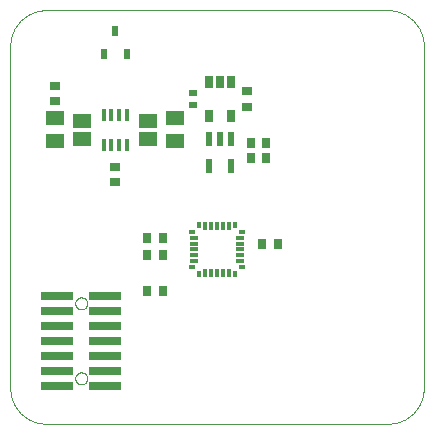
<source format=gtp>
G04 EAGLE Gerber RS-274X export*
G75*
%MOMM*%
%FSLAX35Y35*%
%LPD*%
%INsolder_paste_top*%
%IPPOS*%
%AMOC8*
5,1,8,0,0,1.08239X$1,22.5*%
G01*
%ADD10C,0.000000*%
%ADD11R,0.700000X0.900000*%
%ADD12R,0.900000X0.700000*%
%ADD13R,0.600000X1.200000*%
%ADD14R,0.550000X0.300000*%
%ADD15R,0.750000X0.300000*%
%ADD16R,0.300000X0.550000*%
%ADD17R,0.300000X0.750000*%
%ADD18R,0.450000X1.100000*%
%ADD19R,2.790000X0.740000*%
%ADD20R,1.500000X1.300000*%
%ADD21R,1.600200X1.168400*%
%ADD22R,0.560000X0.950000*%
%ADD23R,0.700000X1.000000*%
%ADD24R,0.700000X0.600000*%


D10*
X100Y3199800D02*
X100Y299800D01*
X188Y292551D01*
X450Y285306D01*
X888Y278070D01*
X1501Y270846D01*
X2287Y263639D01*
X3248Y256453D01*
X4382Y249293D01*
X5689Y242162D01*
X7168Y235065D01*
X8817Y228005D01*
X10637Y220988D01*
X12626Y214016D01*
X14783Y207095D01*
X17106Y200228D01*
X19595Y193419D01*
X22248Y186672D01*
X25062Y179991D01*
X28038Y173380D01*
X31172Y166843D01*
X34463Y160383D01*
X37910Y154005D01*
X41509Y147712D01*
X45260Y141508D01*
X49159Y135396D01*
X53205Y129381D01*
X57395Y123464D01*
X61727Y117651D01*
X66198Y111944D01*
X70805Y106347D01*
X75547Y100863D01*
X80419Y95495D01*
X85420Y90247D01*
X90547Y85120D01*
X95795Y80119D01*
X101163Y75247D01*
X106647Y70505D01*
X112244Y65898D01*
X117951Y61427D01*
X123764Y57095D01*
X129681Y52905D01*
X135696Y48859D01*
X141808Y44960D01*
X148012Y41209D01*
X154305Y37610D01*
X160683Y34163D01*
X167143Y30872D01*
X173680Y27738D01*
X180291Y24762D01*
X186972Y21948D01*
X193719Y19295D01*
X200528Y16806D01*
X207395Y14483D01*
X214316Y12326D01*
X221288Y10337D01*
X228305Y8517D01*
X235365Y6868D01*
X242462Y5389D01*
X249593Y4082D01*
X256753Y2948D01*
X263939Y1987D01*
X271146Y1201D01*
X278370Y588D01*
X285606Y150D01*
X292851Y-112D01*
X300100Y-200D01*
X3200100Y-200D01*
X3207349Y-112D01*
X3214594Y150D01*
X3221830Y588D01*
X3229054Y1201D01*
X3236261Y1987D01*
X3243447Y2948D01*
X3250607Y4082D01*
X3257738Y5389D01*
X3264835Y6868D01*
X3271895Y8517D01*
X3278912Y10337D01*
X3285884Y12326D01*
X3292805Y14483D01*
X3299672Y16806D01*
X3306481Y19295D01*
X3313228Y21948D01*
X3319909Y24762D01*
X3326520Y27738D01*
X3333057Y30872D01*
X3339517Y34163D01*
X3345895Y37610D01*
X3352188Y41209D01*
X3358392Y44960D01*
X3364504Y48859D01*
X3370519Y52905D01*
X3376436Y57095D01*
X3382249Y61427D01*
X3387956Y65898D01*
X3393553Y70505D01*
X3399037Y75247D01*
X3404405Y80119D01*
X3409653Y85120D01*
X3414780Y90247D01*
X3419781Y95495D01*
X3424653Y100863D01*
X3429395Y106347D01*
X3434002Y111944D01*
X3438473Y117651D01*
X3442805Y123464D01*
X3446995Y129381D01*
X3451041Y135396D01*
X3454940Y141508D01*
X3458691Y147712D01*
X3462290Y154005D01*
X3465737Y160383D01*
X3469028Y166843D01*
X3472162Y173380D01*
X3475138Y179991D01*
X3477952Y186672D01*
X3480605Y193419D01*
X3483094Y200228D01*
X3485417Y207095D01*
X3487574Y214016D01*
X3489563Y220988D01*
X3491383Y228005D01*
X3493032Y235065D01*
X3494511Y242162D01*
X3495818Y249293D01*
X3496952Y256453D01*
X3497913Y263639D01*
X3498699Y270846D01*
X3499312Y278070D01*
X3499750Y285306D01*
X3500012Y292551D01*
X3500100Y299800D01*
X3500100Y3199800D01*
X3500012Y3207049D01*
X3499750Y3214294D01*
X3499312Y3221530D01*
X3498699Y3228754D01*
X3497913Y3235961D01*
X3496952Y3243147D01*
X3495818Y3250307D01*
X3494511Y3257438D01*
X3493032Y3264535D01*
X3491383Y3271595D01*
X3489563Y3278612D01*
X3487574Y3285584D01*
X3485417Y3292505D01*
X3483094Y3299372D01*
X3480605Y3306181D01*
X3477952Y3312928D01*
X3475138Y3319609D01*
X3472162Y3326220D01*
X3469028Y3332757D01*
X3465737Y3339217D01*
X3462290Y3345595D01*
X3458691Y3351888D01*
X3454940Y3358092D01*
X3451041Y3364204D01*
X3446995Y3370219D01*
X3442805Y3376136D01*
X3438473Y3381949D01*
X3434002Y3387656D01*
X3429395Y3393253D01*
X3424653Y3398737D01*
X3419781Y3404105D01*
X3414780Y3409353D01*
X3409653Y3414480D01*
X3404405Y3419481D01*
X3399037Y3424353D01*
X3393553Y3429095D01*
X3387956Y3433702D01*
X3382249Y3438173D01*
X3376436Y3442505D01*
X3370519Y3446695D01*
X3364504Y3450741D01*
X3358392Y3454640D01*
X3352188Y3458391D01*
X3345895Y3461990D01*
X3339517Y3465437D01*
X3333057Y3468728D01*
X3326520Y3471862D01*
X3319909Y3474838D01*
X3313228Y3477652D01*
X3306481Y3480305D01*
X3299672Y3482794D01*
X3292805Y3485117D01*
X3285884Y3487274D01*
X3278912Y3489263D01*
X3271895Y3491083D01*
X3264835Y3492732D01*
X3257738Y3494211D01*
X3250607Y3495518D01*
X3243447Y3496652D01*
X3236261Y3497613D01*
X3229054Y3498399D01*
X3221830Y3499012D01*
X3214594Y3499450D01*
X3207349Y3499712D01*
X3200100Y3499800D01*
X300100Y3499800D01*
X292851Y3499712D01*
X285606Y3499450D01*
X278370Y3499012D01*
X271146Y3498399D01*
X263939Y3497613D01*
X256753Y3496652D01*
X249593Y3495518D01*
X242462Y3494211D01*
X235365Y3492732D01*
X228305Y3491083D01*
X221288Y3489263D01*
X214316Y3487274D01*
X207395Y3485117D01*
X200528Y3482794D01*
X193719Y3480305D01*
X186972Y3477652D01*
X180291Y3474838D01*
X173680Y3471862D01*
X167143Y3468728D01*
X160683Y3465437D01*
X154305Y3461990D01*
X148012Y3458391D01*
X141808Y3454640D01*
X135696Y3450741D01*
X129681Y3446695D01*
X123764Y3442505D01*
X117951Y3438173D01*
X112244Y3433702D01*
X106647Y3429095D01*
X101163Y3424353D01*
X95795Y3419481D01*
X90547Y3414480D01*
X85420Y3409353D01*
X80419Y3404105D01*
X75547Y3398737D01*
X70805Y3393253D01*
X66198Y3387656D01*
X61727Y3381949D01*
X57395Y3376136D01*
X53205Y3370219D01*
X49159Y3364204D01*
X45260Y3358092D01*
X41509Y3351888D01*
X37910Y3345595D01*
X34463Y3339217D01*
X31172Y3332757D01*
X28038Y3326220D01*
X25062Y3319609D01*
X22248Y3312928D01*
X19595Y3306181D01*
X17106Y3299372D01*
X14783Y3292505D01*
X12626Y3285584D01*
X10637Y3278612D01*
X8817Y3271595D01*
X7168Y3264535D01*
X5689Y3257438D01*
X4382Y3250307D01*
X3248Y3243147D01*
X2287Y3235961D01*
X1501Y3228754D01*
X888Y3221530D01*
X450Y3214294D01*
X188Y3207049D01*
X100Y3199800D01*
D11*
X2035000Y2373000D03*
X2165000Y2373000D03*
X2165000Y2248000D03*
X2035000Y2248000D03*
X1160000Y1575000D03*
X1290000Y1575000D03*
X2265000Y1525000D03*
X2135000Y1525000D03*
X1160000Y1425000D03*
X1290000Y1425000D03*
X1160000Y1125000D03*
X1290000Y1125000D03*
D12*
X889000Y2173200D03*
X889000Y2043200D03*
D13*
X1775000Y2413000D03*
X1870000Y2413000D03*
X1680000Y2413000D03*
X1680000Y2183000D03*
X1870000Y2183000D03*
D14*
X1958000Y1325000D03*
D15*
X1948000Y1375000D03*
X1948000Y1425000D03*
X1948000Y1475000D03*
X1948000Y1525000D03*
X1948000Y1575000D03*
D14*
X1958000Y1625000D03*
D16*
X1900000Y1683000D03*
D17*
X1850000Y1673000D03*
X1800000Y1673000D03*
X1750000Y1673000D03*
X1700000Y1673000D03*
X1650000Y1673000D03*
D16*
X1600000Y1683000D03*
D14*
X1542000Y1625000D03*
D15*
X1552000Y1575000D03*
X1552000Y1525000D03*
X1552000Y1475000D03*
X1552000Y1425000D03*
X1552000Y1375000D03*
D14*
X1542000Y1325000D03*
D16*
X1600000Y1267000D03*
D17*
X1650000Y1277000D03*
X1700000Y1277000D03*
X1750000Y1277000D03*
X1800000Y1277000D03*
X1850000Y1277000D03*
D16*
X1900000Y1267000D03*
D18*
X791500Y2361700D03*
X856500Y2361700D03*
X921500Y2361700D03*
X986500Y2361700D03*
X986500Y2616700D03*
X921500Y2616700D03*
X856500Y2616700D03*
X791500Y2616700D03*
D19*
X396500Y1081000D03*
X803500Y1081000D03*
X396500Y954000D03*
X803500Y954000D03*
X396500Y827000D03*
X803500Y827000D03*
X396500Y700000D03*
X803500Y700000D03*
X396500Y573000D03*
X803500Y573000D03*
X396500Y446000D03*
X803500Y446000D03*
X396500Y319000D03*
X803500Y319000D03*
D10*
X549000Y1017500D02*
X549015Y1018752D01*
X549061Y1020002D01*
X549138Y1021252D01*
X549246Y1022499D01*
X549384Y1023743D01*
X549552Y1024983D01*
X549751Y1026219D01*
X549980Y1027450D01*
X550239Y1028674D01*
X550528Y1029892D01*
X550847Y1031102D01*
X551196Y1032305D01*
X551574Y1033498D01*
X551981Y1034681D01*
X552417Y1035855D01*
X552882Y1037017D01*
X553375Y1038167D01*
X553897Y1039305D01*
X554446Y1040430D01*
X555022Y1041541D01*
X555626Y1042638D01*
X556256Y1043719D01*
X556912Y1044785D01*
X557595Y1045834D01*
X558303Y1046866D01*
X559036Y1047881D01*
X559794Y1048877D01*
X560576Y1049854D01*
X561382Y1050812D01*
X562211Y1051750D01*
X563063Y1052667D01*
X563938Y1053562D01*
X564833Y1054437D01*
X565750Y1055289D01*
X566688Y1056118D01*
X567646Y1056924D01*
X568623Y1057706D01*
X569619Y1058464D01*
X570634Y1059197D01*
X571666Y1059905D01*
X572715Y1060588D01*
X573781Y1061244D01*
X574862Y1061874D01*
X575959Y1062478D01*
X577070Y1063054D01*
X578195Y1063603D01*
X579333Y1064125D01*
X580483Y1064618D01*
X581645Y1065083D01*
X582819Y1065519D01*
X584002Y1065926D01*
X585195Y1066304D01*
X586398Y1066653D01*
X587608Y1066972D01*
X588826Y1067261D01*
X590050Y1067520D01*
X591281Y1067749D01*
X592517Y1067948D01*
X593757Y1068116D01*
X595001Y1068254D01*
X596248Y1068362D01*
X597498Y1068439D01*
X598748Y1068485D01*
X600000Y1068500D01*
X601252Y1068485D01*
X602502Y1068439D01*
X603752Y1068362D01*
X604999Y1068254D01*
X606243Y1068116D01*
X607483Y1067948D01*
X608719Y1067749D01*
X609950Y1067520D01*
X611174Y1067261D01*
X612392Y1066972D01*
X613602Y1066653D01*
X614805Y1066304D01*
X615998Y1065926D01*
X617181Y1065519D01*
X618355Y1065083D01*
X619517Y1064618D01*
X620667Y1064125D01*
X621805Y1063603D01*
X622930Y1063054D01*
X624041Y1062478D01*
X625138Y1061874D01*
X626219Y1061244D01*
X627285Y1060588D01*
X628334Y1059905D01*
X629366Y1059197D01*
X630381Y1058464D01*
X631377Y1057706D01*
X632354Y1056924D01*
X633312Y1056118D01*
X634250Y1055289D01*
X635167Y1054437D01*
X636062Y1053562D01*
X636937Y1052667D01*
X637789Y1051750D01*
X638618Y1050812D01*
X639424Y1049854D01*
X640206Y1048877D01*
X640964Y1047881D01*
X641697Y1046866D01*
X642405Y1045834D01*
X643088Y1044785D01*
X643744Y1043719D01*
X644374Y1042638D01*
X644978Y1041541D01*
X645554Y1040430D01*
X646103Y1039305D01*
X646625Y1038167D01*
X647118Y1037017D01*
X647583Y1035855D01*
X648019Y1034681D01*
X648426Y1033498D01*
X648804Y1032305D01*
X649153Y1031102D01*
X649472Y1029892D01*
X649761Y1028674D01*
X650020Y1027450D01*
X650249Y1026219D01*
X650448Y1024983D01*
X650616Y1023743D01*
X650754Y1022499D01*
X650862Y1021252D01*
X650939Y1020002D01*
X650985Y1018752D01*
X651000Y1017500D01*
X650985Y1016248D01*
X650939Y1014998D01*
X650862Y1013748D01*
X650754Y1012501D01*
X650616Y1011257D01*
X650448Y1010017D01*
X650249Y1008781D01*
X650020Y1007550D01*
X649761Y1006326D01*
X649472Y1005108D01*
X649153Y1003898D01*
X648804Y1002695D01*
X648426Y1001502D01*
X648019Y1000319D01*
X647583Y999145D01*
X647118Y997983D01*
X646625Y996833D01*
X646103Y995695D01*
X645554Y994570D01*
X644978Y993459D01*
X644374Y992362D01*
X643744Y991281D01*
X643088Y990215D01*
X642405Y989166D01*
X641697Y988134D01*
X640964Y987119D01*
X640206Y986123D01*
X639424Y985146D01*
X638618Y984188D01*
X637789Y983250D01*
X636937Y982333D01*
X636062Y981438D01*
X635167Y980563D01*
X634250Y979711D01*
X633312Y978882D01*
X632354Y978076D01*
X631377Y977294D01*
X630381Y976536D01*
X629366Y975803D01*
X628334Y975095D01*
X627285Y974412D01*
X626219Y973756D01*
X625138Y973126D01*
X624041Y972522D01*
X622930Y971946D01*
X621805Y971397D01*
X620667Y970875D01*
X619517Y970382D01*
X618355Y969917D01*
X617181Y969481D01*
X615998Y969074D01*
X614805Y968696D01*
X613602Y968347D01*
X612392Y968028D01*
X611174Y967739D01*
X609950Y967480D01*
X608719Y967251D01*
X607483Y967052D01*
X606243Y966884D01*
X604999Y966746D01*
X603752Y966638D01*
X602502Y966561D01*
X601252Y966515D01*
X600000Y966500D01*
X598748Y966515D01*
X597498Y966561D01*
X596248Y966638D01*
X595001Y966746D01*
X593757Y966884D01*
X592517Y967052D01*
X591281Y967251D01*
X590050Y967480D01*
X588826Y967739D01*
X587608Y968028D01*
X586398Y968347D01*
X585195Y968696D01*
X584002Y969074D01*
X582819Y969481D01*
X581645Y969917D01*
X580483Y970382D01*
X579333Y970875D01*
X578195Y971397D01*
X577070Y971946D01*
X575959Y972522D01*
X574862Y973126D01*
X573781Y973756D01*
X572715Y974412D01*
X571666Y975095D01*
X570634Y975803D01*
X569619Y976536D01*
X568623Y977294D01*
X567646Y978076D01*
X566688Y978882D01*
X565750Y979711D01*
X564833Y980563D01*
X563938Y981438D01*
X563063Y982333D01*
X562211Y983250D01*
X561382Y984188D01*
X560576Y985146D01*
X559794Y986123D01*
X559036Y987119D01*
X558303Y988134D01*
X557595Y989166D01*
X556912Y990215D01*
X556256Y991281D01*
X555626Y992362D01*
X555022Y993459D01*
X554446Y994570D01*
X553897Y995695D01*
X553375Y996833D01*
X552882Y997983D01*
X552417Y999145D01*
X551981Y1000319D01*
X551574Y1001502D01*
X551196Y1002695D01*
X550847Y1003898D01*
X550528Y1005108D01*
X550239Y1006326D01*
X549980Y1007550D01*
X549751Y1008781D01*
X549552Y1010017D01*
X549384Y1011257D01*
X549246Y1012501D01*
X549138Y1013748D01*
X549061Y1014998D01*
X549015Y1016248D01*
X549000Y1017500D01*
X549000Y382500D02*
X549015Y383752D01*
X549061Y385002D01*
X549138Y386252D01*
X549246Y387499D01*
X549384Y388743D01*
X549552Y389983D01*
X549751Y391219D01*
X549980Y392450D01*
X550239Y393674D01*
X550528Y394892D01*
X550847Y396102D01*
X551196Y397305D01*
X551574Y398498D01*
X551981Y399681D01*
X552417Y400855D01*
X552882Y402017D01*
X553375Y403167D01*
X553897Y404305D01*
X554446Y405430D01*
X555022Y406541D01*
X555626Y407638D01*
X556256Y408719D01*
X556912Y409785D01*
X557595Y410834D01*
X558303Y411866D01*
X559036Y412881D01*
X559794Y413877D01*
X560576Y414854D01*
X561382Y415812D01*
X562211Y416750D01*
X563063Y417667D01*
X563938Y418562D01*
X564833Y419437D01*
X565750Y420289D01*
X566688Y421118D01*
X567646Y421924D01*
X568623Y422706D01*
X569619Y423464D01*
X570634Y424197D01*
X571666Y424905D01*
X572715Y425588D01*
X573781Y426244D01*
X574862Y426874D01*
X575959Y427478D01*
X577070Y428054D01*
X578195Y428603D01*
X579333Y429125D01*
X580483Y429618D01*
X581645Y430083D01*
X582819Y430519D01*
X584002Y430926D01*
X585195Y431304D01*
X586398Y431653D01*
X587608Y431972D01*
X588826Y432261D01*
X590050Y432520D01*
X591281Y432749D01*
X592517Y432948D01*
X593757Y433116D01*
X595001Y433254D01*
X596248Y433362D01*
X597498Y433439D01*
X598748Y433485D01*
X600000Y433500D01*
X601252Y433485D01*
X602502Y433439D01*
X603752Y433362D01*
X604999Y433254D01*
X606243Y433116D01*
X607483Y432948D01*
X608719Y432749D01*
X609950Y432520D01*
X611174Y432261D01*
X612392Y431972D01*
X613602Y431653D01*
X614805Y431304D01*
X615998Y430926D01*
X617181Y430519D01*
X618355Y430083D01*
X619517Y429618D01*
X620667Y429125D01*
X621805Y428603D01*
X622930Y428054D01*
X624041Y427478D01*
X625138Y426874D01*
X626219Y426244D01*
X627285Y425588D01*
X628334Y424905D01*
X629366Y424197D01*
X630381Y423464D01*
X631377Y422706D01*
X632354Y421924D01*
X633312Y421118D01*
X634250Y420289D01*
X635167Y419437D01*
X636062Y418562D01*
X636937Y417667D01*
X637789Y416750D01*
X638618Y415812D01*
X639424Y414854D01*
X640206Y413877D01*
X640964Y412881D01*
X641697Y411866D01*
X642405Y410834D01*
X643088Y409785D01*
X643744Y408719D01*
X644374Y407638D01*
X644978Y406541D01*
X645554Y405430D01*
X646103Y404305D01*
X646625Y403167D01*
X647118Y402017D01*
X647583Y400855D01*
X648019Y399681D01*
X648426Y398498D01*
X648804Y397305D01*
X649153Y396102D01*
X649472Y394892D01*
X649761Y393674D01*
X650020Y392450D01*
X650249Y391219D01*
X650448Y389983D01*
X650616Y388743D01*
X650754Y387499D01*
X650862Y386252D01*
X650939Y385002D01*
X650985Y383752D01*
X651000Y382500D01*
X650985Y381248D01*
X650939Y379998D01*
X650862Y378748D01*
X650754Y377501D01*
X650616Y376257D01*
X650448Y375017D01*
X650249Y373781D01*
X650020Y372550D01*
X649761Y371326D01*
X649472Y370108D01*
X649153Y368898D01*
X648804Y367695D01*
X648426Y366502D01*
X648019Y365319D01*
X647583Y364145D01*
X647118Y362983D01*
X646625Y361833D01*
X646103Y360695D01*
X645554Y359570D01*
X644978Y358459D01*
X644374Y357362D01*
X643744Y356281D01*
X643088Y355215D01*
X642405Y354166D01*
X641697Y353134D01*
X640964Y352119D01*
X640206Y351123D01*
X639424Y350146D01*
X638618Y349188D01*
X637789Y348250D01*
X636937Y347333D01*
X636062Y346438D01*
X635167Y345563D01*
X634250Y344711D01*
X633312Y343882D01*
X632354Y343076D01*
X631377Y342294D01*
X630381Y341536D01*
X629366Y340803D01*
X628334Y340095D01*
X627285Y339412D01*
X626219Y338756D01*
X625138Y338126D01*
X624041Y337522D01*
X622930Y336946D01*
X621805Y336397D01*
X620667Y335875D01*
X619517Y335382D01*
X618355Y334917D01*
X617181Y334481D01*
X615998Y334074D01*
X614805Y333696D01*
X613602Y333347D01*
X612392Y333028D01*
X611174Y332739D01*
X609950Y332480D01*
X608719Y332251D01*
X607483Y332052D01*
X606243Y331884D01*
X604999Y331746D01*
X603752Y331638D01*
X602502Y331561D01*
X601252Y331515D01*
X600000Y331500D01*
X598748Y331515D01*
X597498Y331561D01*
X596248Y331638D01*
X595001Y331746D01*
X593757Y331884D01*
X592517Y332052D01*
X591281Y332251D01*
X590050Y332480D01*
X588826Y332739D01*
X587608Y333028D01*
X586398Y333347D01*
X585195Y333696D01*
X584002Y334074D01*
X582819Y334481D01*
X581645Y334917D01*
X580483Y335382D01*
X579333Y335875D01*
X578195Y336397D01*
X577070Y336946D01*
X575959Y337522D01*
X574862Y338126D01*
X573781Y338756D01*
X572715Y339412D01*
X571666Y340095D01*
X570634Y340803D01*
X569619Y341536D01*
X568623Y342294D01*
X567646Y343076D01*
X566688Y343882D01*
X565750Y344711D01*
X564833Y345563D01*
X563938Y346438D01*
X563063Y347333D01*
X562211Y348250D01*
X561382Y349188D01*
X560576Y350146D01*
X559794Y351123D01*
X559036Y352119D01*
X558303Y353134D01*
X557595Y354166D01*
X556912Y355215D01*
X556256Y356281D01*
X555626Y357362D01*
X555022Y358459D01*
X554446Y359570D01*
X553897Y360695D01*
X553375Y361833D01*
X552882Y362983D01*
X552417Y364145D01*
X551981Y365319D01*
X551574Y366502D01*
X551196Y367695D01*
X550847Y368898D01*
X550528Y370108D01*
X550239Y371326D01*
X549980Y372550D01*
X549751Y373781D01*
X549552Y375017D01*
X549384Y376257D01*
X549246Y377501D01*
X549138Y378748D01*
X549061Y379998D01*
X549015Y381248D01*
X549000Y382500D01*
D20*
X1397000Y2394200D03*
X1397000Y2584200D03*
D12*
X381000Y2729000D03*
X381000Y2859000D03*
D20*
X381000Y2584200D03*
X381000Y2394200D03*
D21*
X609600Y2565400D03*
X609600Y2413000D03*
X1168400Y2565400D03*
X1168400Y2413000D03*
D22*
X794000Y3131200D03*
X984000Y3131200D03*
X889000Y3321200D03*
D23*
X1870000Y2890000D03*
X1775000Y2890000D03*
X1680000Y2890000D03*
X1870000Y2605000D03*
X1680000Y2605000D03*
D24*
X1550000Y2800000D03*
X1550000Y2700000D03*
D12*
X2000000Y2685000D03*
X2000000Y2815000D03*
M02*

</source>
